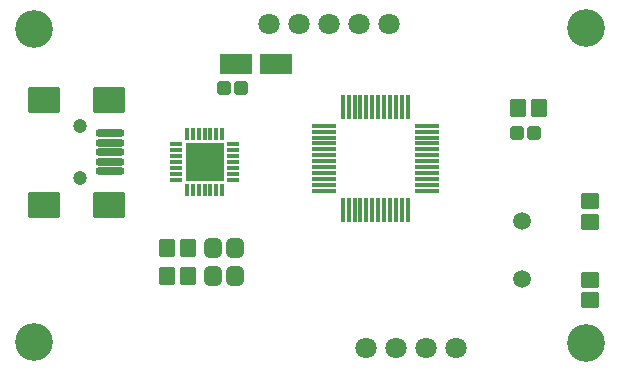
<source format=gts>
G04*
G04 #@! TF.GenerationSoftware,Altium Limited,Altium Designer,20.2.5 (213)*
G04*
G04 Layer_Color=8388736*
%FSLAX44Y44*%
%MOMM*%
G71*
G04*
G04 #@! TF.SameCoordinates,3C0D8923-7957-4DC4-8908-925B2C91420C*
G04*
G04*
G04 #@! TF.FilePolarity,Negative*
G04*
G01*
G75*
G04:AMPARAMS|DCode=25|XSize=0.4mm|YSize=2mm|CornerRadius=0.065mm|HoleSize=0mm|Usage=FLASHONLY|Rotation=90.000|XOffset=0mm|YOffset=0mm|HoleType=Round|Shape=RoundedRectangle|*
%AMROUNDEDRECTD25*
21,1,0.4000,1.8700,0,0,90.0*
21,1,0.2700,2.0000,0,0,90.0*
1,1,0.1300,0.9350,0.1350*
1,1,0.1300,0.9350,-0.1350*
1,1,0.1300,-0.9350,-0.1350*
1,1,0.1300,-0.9350,0.1350*
%
%ADD25ROUNDEDRECTD25*%
G04:AMPARAMS|DCode=26|XSize=0.4mm|YSize=2mm|CornerRadius=0.065mm|HoleSize=0mm|Usage=FLASHONLY|Rotation=180.000|XOffset=0mm|YOffset=0mm|HoleType=Round|Shape=RoundedRectangle|*
%AMROUNDEDRECTD26*
21,1,0.4000,1.8700,0,0,180.0*
21,1,0.2700,2.0000,0,0,180.0*
1,1,0.1300,-0.1350,0.9350*
1,1,0.1300,0.1350,0.9350*
1,1,0.1300,0.1350,-0.9350*
1,1,0.1300,-0.1350,-0.9350*
%
%ADD26ROUNDEDRECTD26*%
G04:AMPARAMS|DCode=27|XSize=2.7032mm|YSize=2.2032mm|CornerRadius=0.2016mm|HoleSize=0mm|Usage=FLASHONLY|Rotation=180.000|XOffset=0mm|YOffset=0mm|HoleType=Round|Shape=RoundedRectangle|*
%AMROUNDEDRECTD27*
21,1,2.7032,1.8000,0,0,180.0*
21,1,2.3000,2.2032,0,0,180.0*
1,1,0.4032,-1.1500,0.9000*
1,1,0.4032,1.1500,0.9000*
1,1,0.4032,1.1500,-0.9000*
1,1,0.4032,-1.1500,-0.9000*
%
%ADD27ROUNDEDRECTD27*%
%ADD28O,2.4532X0.7032*%
%ADD29R,0.4572X1.1032*%
%ADD30R,1.1032X0.4572*%
%ADD31R,3.3032X3.3032*%
G04:AMPARAMS|DCode=32|XSize=1.3mm|YSize=1.6mm|CornerRadius=0.155mm|HoleSize=0mm|Usage=FLASHONLY|Rotation=90.000|XOffset=0mm|YOffset=0mm|HoleType=Round|Shape=RoundedRectangle|*
%AMROUNDEDRECTD32*
21,1,1.3000,1.2900,0,0,90.0*
21,1,0.9900,1.6000,0,0,90.0*
1,1,0.3100,0.6450,0.4950*
1,1,0.3100,0.6450,-0.4950*
1,1,0.3100,-0.6450,-0.4950*
1,1,0.3100,-0.6450,0.4950*
%
%ADD32ROUNDEDRECTD32*%
G04:AMPARAMS|DCode=33|XSize=1.3mm|YSize=1.6mm|CornerRadius=0.155mm|HoleSize=0mm|Usage=FLASHONLY|Rotation=0.000|XOffset=0mm|YOffset=0mm|HoleType=Round|Shape=RoundedRectangle|*
%AMROUNDEDRECTD33*
21,1,1.3000,1.2900,0,0,0.0*
21,1,0.9900,1.6000,0,0,0.0*
1,1,0.3100,0.4950,-0.6450*
1,1,0.3100,-0.4950,-0.6450*
1,1,0.3100,-0.4950,0.6450*
1,1,0.3100,0.4950,0.6450*
%
%ADD33ROUNDEDRECTD33*%
G04:AMPARAMS|DCode=34|XSize=1.15mm|YSize=1.15mm|CornerRadius=0.1475mm|HoleSize=0mm|Usage=FLASHONLY|Rotation=180.000|XOffset=0mm|YOffset=0mm|HoleType=Round|Shape=RoundedRectangle|*
%AMROUNDEDRECTD34*
21,1,1.1500,0.8550,0,0,180.0*
21,1,0.8550,1.1500,0,0,180.0*
1,1,0.2950,-0.4275,0.4275*
1,1,0.2950,0.4275,0.4275*
1,1,0.2950,0.4275,-0.4275*
1,1,0.2950,-0.4275,-0.4275*
%
%ADD34ROUNDEDRECTD34*%
%ADD35R,2.7032X1.7032*%
G04:AMPARAMS|DCode=36|XSize=1.7032mm|YSize=1.5032mm|CornerRadius=0.4266mm|HoleSize=0mm|Usage=FLASHONLY|Rotation=90.000|XOffset=0mm|YOffset=0mm|HoleType=Round|Shape=RoundedRectangle|*
%AMROUNDEDRECTD36*
21,1,1.7032,0.6500,0,0,90.0*
21,1,0.8500,1.5032,0,0,90.0*
1,1,0.8532,0.3250,0.4250*
1,1,0.8532,0.3250,-0.4250*
1,1,0.8532,-0.3250,-0.4250*
1,1,0.8532,-0.3250,0.4250*
%
%ADD36ROUNDEDRECTD36*%
%ADD37C,1.2000*%
%ADD38C,3.2032*%
%ADD39C,1.8000*%
%ADD40C,1.5000*%
D25*
X356390Y207370D02*
D03*
Y202370D02*
D03*
Y197370D02*
D03*
Y192370D02*
D03*
Y187370D02*
D03*
Y182370D02*
D03*
Y177370D02*
D03*
Y172370D02*
D03*
Y167370D02*
D03*
Y162370D02*
D03*
Y157370D02*
D03*
Y152370D02*
D03*
X269390Y207370D02*
D03*
Y202370D02*
D03*
Y197370D02*
D03*
Y192370D02*
D03*
Y187370D02*
D03*
Y182370D02*
D03*
Y177370D02*
D03*
Y172370D02*
D03*
Y167370D02*
D03*
Y162370D02*
D03*
Y157370D02*
D03*
Y152370D02*
D03*
D26*
X285390Y136370D02*
D03*
X290390D02*
D03*
X295390D02*
D03*
X300390D02*
D03*
X305390D02*
D03*
X310390D02*
D03*
X315390D02*
D03*
X320390D02*
D03*
X325390D02*
D03*
X330390D02*
D03*
X335390D02*
D03*
X340390D02*
D03*
Y223370D02*
D03*
X285390D02*
D03*
X290390D02*
D03*
X295390D02*
D03*
X300390D02*
D03*
X305390D02*
D03*
X310390D02*
D03*
X315390D02*
D03*
X320390D02*
D03*
X325390D02*
D03*
X330390D02*
D03*
X335390D02*
D03*
D27*
X32850Y229540D02*
D03*
X87350D02*
D03*
X32850Y140540D02*
D03*
X87350D02*
D03*
D28*
X88600Y201040D02*
D03*
Y193040D02*
D03*
Y185040D02*
D03*
Y177040D02*
D03*
Y169040D02*
D03*
D29*
X183440Y200770D02*
D03*
X178440D02*
D03*
X173440D02*
D03*
X168440D02*
D03*
X163440D02*
D03*
X158440D02*
D03*
X153440D02*
D03*
Y152770D02*
D03*
X158440D02*
D03*
X163440D02*
D03*
X168440D02*
D03*
X173440D02*
D03*
X178440D02*
D03*
X183440D02*
D03*
D30*
X144440Y191770D02*
D03*
Y186770D02*
D03*
Y181770D02*
D03*
Y176770D02*
D03*
Y171770D02*
D03*
Y166770D02*
D03*
Y161770D02*
D03*
X192440D02*
D03*
Y166770D02*
D03*
Y171770D02*
D03*
Y176770D02*
D03*
Y181770D02*
D03*
Y186770D02*
D03*
Y191770D02*
D03*
D31*
X168440Y176770D02*
D03*
D32*
X495000Y77190D02*
D03*
Y59690D02*
D03*
Y143750D02*
D03*
Y126250D02*
D03*
D33*
X451380Y222730D02*
D03*
X433880D02*
D03*
X136991Y103650D02*
D03*
X154490D02*
D03*
X136840Y80590D02*
D03*
X154340D02*
D03*
D34*
X447480Y201140D02*
D03*
X432980D02*
D03*
X199500Y239000D02*
D03*
X185000D02*
D03*
D35*
X229000Y260000D02*
D03*
X195000D02*
D03*
D36*
X194610Y104110D02*
D03*
X175610D02*
D03*
Y80130D02*
D03*
X194610D02*
D03*
D37*
X62900Y207040D02*
D03*
Y163040D02*
D03*
D38*
X491250Y290250D02*
D03*
X491000Y23250D02*
D03*
X23750Y24000D02*
D03*
Y289250D02*
D03*
D39*
X222920Y293850D02*
D03*
X299120D02*
D03*
X273720D02*
D03*
X248320D02*
D03*
X324520D02*
D03*
X381670Y19530D02*
D03*
X356270D02*
D03*
X330870D02*
D03*
X305470D02*
D03*
D40*
X437000Y126800D02*
D03*
Y78000D02*
D03*
M02*

</source>
